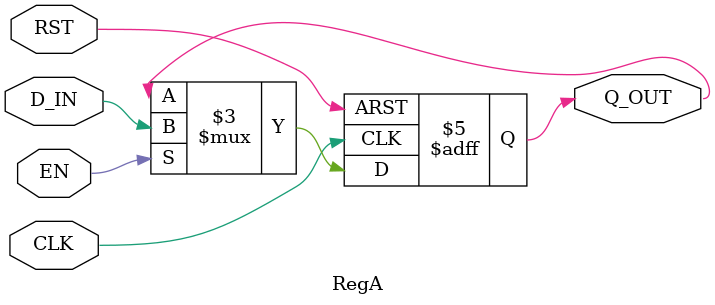
<source format=v>

`ifdef BSV_ASSIGNMENT_DELAY
`else
`define BSV_ASSIGNMENT_DELAY
`endif

module RegA(CLK, RST, Q_OUT, D_IN, EN);
   // synopsys template   

   parameter width = 1;
   parameter init = { width {1'b0}} ;

   input     CLK;
   input     RST;
   input     EN;
   input [width - 1 : 0] D_IN;
   output [width - 1 : 0] Q_OUT;

   reg [width - 1 : 0]    Q_OUT;

   always@(posedge CLK or negedge RST) begin
      if (RST == 0)
        Q_OUT <= `BSV_ASSIGNMENT_DELAY init;
      else
        begin
           if (EN)
             Q_OUT <= `BSV_ASSIGNMENT_DELAY D_IN;
        end 
   end // always@ (posedge CLK or negedge RST)
   

`ifdef BSV_NO_INITIAL_BLOCKS
`else // not BSV_NO_INITIAL_BLOCKS
   // synopsys translate_off
   initial begin
      Q_OUT = {((width + 1)/2){2'b10}} ;
   end
   // synopsys translate_on
`endif // BSV_NO_INITIAL_BLOCKS

endmodule


</source>
